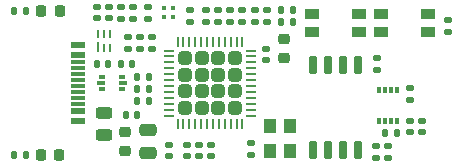
<source format=gbr>
%TF.GenerationSoftware,KiCad,Pcbnew,6.0.11+dfsg-1~bpo11+1*%
%TF.CreationDate,2023-10-01T20:30:49+02:00*%
%TF.ProjectId,ICE40UP-Development-Board,49434534-3055-4502-9d44-6576656c6f70,v0.1*%
%TF.SameCoordinates,Original*%
%TF.FileFunction,Paste,Top*%
%TF.FilePolarity,Positive*%
%FSLAX46Y46*%
G04 Gerber Fmt 4.6, Leading zero omitted, Abs format (unit mm)*
G04 Created by KiCad (PCBNEW 6.0.11+dfsg-1~bpo11+1) date 2023-10-01 20:30:49*
%MOMM*%
%LPD*%
G01*
G04 APERTURE LIST*
G04 Aperture macros list*
%AMRoundRect*
0 Rectangle with rounded corners*
0 $1 Rounding radius*
0 $2 $3 $4 $5 $6 $7 $8 $9 X,Y pos of 4 corners*
0 Add a 4 corners polygon primitive as box body*
4,1,4,$2,$3,$4,$5,$6,$7,$8,$9,$2,$3,0*
0 Add four circle primitives for the rounded corners*
1,1,$1+$1,$2,$3*
1,1,$1+$1,$4,$5*
1,1,$1+$1,$6,$7*
1,1,$1+$1,$8,$9*
0 Add four rect primitives between the rounded corners*
20,1,$1+$1,$2,$3,$4,$5,0*
20,1,$1+$1,$4,$5,$6,$7,0*
20,1,$1+$1,$6,$7,$8,$9,0*
20,1,$1+$1,$8,$9,$2,$3,0*%
%AMOutline5P*
0 Free polygon, 5 corners , with rotation*
0 The origin of the aperture is its center*
0 number of corners: always 5*
0 $1 to $10 corner X, Y*
0 $11 Rotation angle, in degrees counterclockwise*
0 create outline with 5 corners*
4,1,5,$1,$2,$3,$4,$5,$6,$7,$8,$9,$10,$1,$2,$11*%
%AMOutline6P*
0 Free polygon, 6 corners , with rotation*
0 The origin of the aperture is its center*
0 number of corners: always 6*
0 $1 to $12 corner X, Y*
0 $13 Rotation angle, in degrees counterclockwise*
0 create outline with 6 corners*
4,1,6,$1,$2,$3,$4,$5,$6,$7,$8,$9,$10,$11,$12,$1,$2,$13*%
%AMOutline7P*
0 Free polygon, 7 corners , with rotation*
0 The origin of the aperture is its center*
0 number of corners: always 7*
0 $1 to $14 corner X, Y*
0 $15 Rotation angle, in degrees counterclockwise*
0 create outline with 7 corners*
4,1,7,$1,$2,$3,$4,$5,$6,$7,$8,$9,$10,$11,$12,$13,$14,$1,$2,$15*%
%AMOutline8P*
0 Free polygon, 8 corners , with rotation*
0 The origin of the aperture is its center*
0 number of corners: always 8*
0 $1 to $16 corner X, Y*
0 $17 Rotation angle, in degrees counterclockwise*
0 create outline with 8 corners*
4,1,8,$1,$2,$3,$4,$5,$6,$7,$8,$9,$10,$11,$12,$13,$14,$15,$16,$1,$2,$17*%
G04 Aperture macros list end*
%ADD10Outline5P,-0.210000X0.105000X-0.105000X0.210000X0.210000X0.210000X0.210000X-0.210000X-0.210000X-0.210000X0.000000*%
%ADD11R,0.420000X0.420000*%
%ADD12RoundRect,0.135000X0.185000X-0.135000X0.185000X0.135000X-0.185000X0.135000X-0.185000X-0.135000X0*%
%ADD13RoundRect,0.140000X-0.170000X0.140000X-0.170000X-0.140000X0.170000X-0.140000X0.170000X0.140000X0*%
%ADD14RoundRect,0.087500X-0.087500X0.175000X-0.087500X-0.175000X0.087500X-0.175000X0.087500X0.175000X0*%
%ADD15RoundRect,0.140000X-0.140000X-0.170000X0.140000X-0.170000X0.140000X0.170000X-0.140000X0.170000X0*%
%ADD16RoundRect,0.135000X-0.185000X0.135000X-0.185000X-0.135000X0.185000X-0.135000X0.185000X0.135000X0*%
%ADD17RoundRect,0.150000X-0.150000X0.650000X-0.150000X-0.650000X0.150000X-0.650000X0.150000X0.650000X0*%
%ADD18RoundRect,0.140000X0.170000X-0.140000X0.170000X0.140000X-0.170000X0.140000X-0.170000X-0.140000X0*%
%ADD19RoundRect,0.243750X-0.456250X0.243750X-0.456250X-0.243750X0.456250X-0.243750X0.456250X0.243750X0*%
%ADD20RoundRect,0.135000X0.135000X0.185000X-0.135000X0.185000X-0.135000X-0.185000X0.135000X-0.185000X0*%
%ADD21RoundRect,0.140000X0.140000X0.170000X-0.140000X0.170000X-0.140000X-0.170000X0.140000X-0.170000X0*%
%ADD22R,0.500000X0.375000*%
%ADD23R,0.650000X0.300000*%
%ADD24R,1.200000X0.900000*%
%ADD25RoundRect,0.218750X-0.256250X0.218750X-0.256250X-0.218750X0.256250X-0.218750X0.256250X0.218750X0*%
%ADD26RoundRect,0.250000X0.315000X-0.315000X0.315000X0.315000X-0.315000X0.315000X-0.315000X-0.315000X0*%
%ADD27RoundRect,0.062500X0.062500X-0.375000X0.062500X0.375000X-0.062500X0.375000X-0.062500X-0.375000X0*%
%ADD28RoundRect,0.062500X0.375000X-0.062500X0.375000X0.062500X-0.375000X0.062500X-0.375000X-0.062500X0*%
%ADD29RoundRect,0.218750X0.218750X0.256250X-0.218750X0.256250X-0.218750X-0.256250X0.218750X-0.256250X0*%
%ADD30RoundRect,0.250000X-0.475000X0.250000X-0.475000X-0.250000X0.475000X-0.250000X0.475000X0.250000X0*%
%ADD31RoundRect,0.135000X-0.135000X-0.185000X0.135000X-0.185000X0.135000X0.185000X-0.135000X0.185000X0*%
%ADD32R,0.280000X0.850000*%
%ADD33R,0.280000X0.750000*%
%ADD34R,1.240000X0.600000*%
%ADD35R,1.240000X0.300000*%
%ADD36R,1.100000X1.300000*%
%ADD37RoundRect,0.218750X0.256250X-0.218750X0.256250X0.218750X-0.256250X0.218750X-0.256250X-0.218750X0*%
G04 APERTURE END LIST*
D10*
%TO.C,V6*%
X59310000Y-81281000D03*
D11*
X59310000Y-82041000D03*
X60070000Y-82041000D03*
X60070000Y-81281000D03*
%TD*%
D12*
%TO.C,R10*%
X58293000Y-84711000D03*
X58293000Y-83691000D03*
%TD*%
D13*
%TO.C,C2*%
X61468000Y-81463000D03*
X61468000Y-82423000D03*
%TD*%
D14*
%TO.C,V8*%
X78982000Y-88247500D03*
X78482000Y-88247500D03*
X77982000Y-88247500D03*
X77482000Y-88247500D03*
X77482000Y-90822500D03*
X77982000Y-90822500D03*
X78482000Y-90822500D03*
X78982000Y-90822500D03*
%TD*%
D15*
%TO.C,C4*%
X56035000Y-90297000D03*
X56995000Y-90297000D03*
%TD*%
D16*
%TO.C,R7*%
X62865000Y-81430400D03*
X62865000Y-82450400D03*
%TD*%
D12*
%TO.C,R12*%
X56261000Y-84711000D03*
X56261000Y-83691000D03*
%TD*%
%TO.C,R4*%
X57912000Y-82171000D03*
X57912000Y-81151000D03*
%TD*%
D17*
%TO.C,V5*%
X75692000Y-86062000D03*
X74422000Y-86062000D03*
X73152000Y-86062000D03*
X71882000Y-86062000D03*
X71882000Y-93262000D03*
X73152000Y-93262000D03*
X74422000Y-93262000D03*
X75692000Y-93262000D03*
%TD*%
D18*
%TO.C,C13*%
X53594000Y-82141000D03*
X53594000Y-81181000D03*
%TD*%
%TO.C,C17*%
X63881000Y-82420400D03*
X63881000Y-81460400D03*
%TD*%
%TO.C,C20*%
X78232000Y-93952000D03*
X78232000Y-92992000D03*
%TD*%
%TO.C,C1*%
X59690000Y-93825000D03*
X59690000Y-92865000D03*
%TD*%
D13*
%TO.C,C18*%
X67945000Y-84737000D03*
X67945000Y-85697000D03*
%TD*%
D12*
%TO.C,R3*%
X55626000Y-82171000D03*
X55626000Y-81151000D03*
%TD*%
D19*
%TO.C,F1*%
X54229000Y-90121500D03*
X54229000Y-91996500D03*
%TD*%
D13*
%TO.C,C10*%
X65913000Y-81460400D03*
X65913000Y-82420400D03*
%TD*%
D20*
%TO.C,R13*%
X70233000Y-82423000D03*
X69213000Y-82423000D03*
%TD*%
D21*
%TO.C,C11*%
X56614000Y-85979000D03*
X55654000Y-85979000D03*
%TD*%
D22*
%TO.C,V2*%
X55714000Y-88167500D03*
D23*
X55789000Y-87630000D03*
D22*
X55714000Y-87092500D03*
X54014000Y-87092500D03*
D23*
X53939000Y-87630000D03*
D22*
X54014000Y-88167500D03*
%TD*%
D24*
%TO.C,S2*%
X81629000Y-83300000D03*
X77629000Y-83300000D03*
X77629000Y-81800000D03*
X81629000Y-81800000D03*
%TD*%
%TO.C,S1*%
X71787000Y-83300000D03*
X75787000Y-83300000D03*
X75787000Y-81800000D03*
X71787000Y-81800000D03*
%TD*%
D20*
%TO.C,R15*%
X78996000Y-91821000D03*
X77976000Y-91821000D03*
%TD*%
D18*
%TO.C,C19*%
X77216000Y-93952000D03*
X77216000Y-92992000D03*
%TD*%
%TO.C,C22*%
X81153000Y-91793000D03*
X81153000Y-90833000D03*
%TD*%
%TO.C,C5*%
X63246000Y-93825000D03*
X63246000Y-92865000D03*
%TD*%
D13*
%TO.C,C15*%
X66687265Y-92738000D03*
X66687265Y-93698000D03*
%TD*%
D25*
%TO.C,FB1*%
X56007000Y-91795500D03*
X56007000Y-93370500D03*
%TD*%
D18*
%TO.C,C7*%
X62230000Y-93825000D03*
X62230000Y-92865000D03*
%TD*%
D26*
%TO.C,V1*%
X62484000Y-88330000D03*
X65284000Y-85530000D03*
X61084000Y-89730000D03*
X65284000Y-88330000D03*
X62484000Y-86930000D03*
X63884000Y-89730000D03*
X61084000Y-88330000D03*
X62484000Y-89730000D03*
X61084000Y-86930000D03*
X63884000Y-86930000D03*
X62484000Y-85530000D03*
X65284000Y-86930000D03*
X63884000Y-88330000D03*
X65284000Y-89730000D03*
X61084000Y-85530000D03*
X63884000Y-85530000D03*
D27*
X60434000Y-91067500D03*
X60934000Y-91067500D03*
X61434000Y-91067500D03*
X61934000Y-91067500D03*
X62434000Y-91067500D03*
X62934000Y-91067500D03*
X63434000Y-91067500D03*
X63934000Y-91067500D03*
X64434000Y-91067500D03*
X64934000Y-91067500D03*
X65434000Y-91067500D03*
X65934000Y-91067500D03*
D28*
X66621500Y-90380000D03*
X66621500Y-89880000D03*
X66621500Y-89380000D03*
X66621500Y-88880000D03*
X66621500Y-88380000D03*
X66621500Y-87880000D03*
X66621500Y-87380000D03*
X66621500Y-86880000D03*
X66621500Y-86380000D03*
X66621500Y-85880000D03*
X66621500Y-85380000D03*
X66621500Y-84880000D03*
D27*
X65934000Y-84192500D03*
X65434000Y-84192500D03*
X64934000Y-84192500D03*
X64434000Y-84192500D03*
X63934000Y-84192500D03*
X63434000Y-84192500D03*
X62934000Y-84192500D03*
X62434000Y-84192500D03*
X61934000Y-84192500D03*
X61434000Y-84192500D03*
X60934000Y-84192500D03*
X60434000Y-84192500D03*
D28*
X59746500Y-84880000D03*
X59746500Y-85380000D03*
X59746500Y-85880000D03*
X59746500Y-86380000D03*
X59746500Y-86880000D03*
X59746500Y-87380000D03*
X59746500Y-87880000D03*
X59746500Y-88380000D03*
X59746500Y-88880000D03*
X59746500Y-89380000D03*
X59746500Y-89880000D03*
X59746500Y-90380000D03*
%TD*%
D12*
%TO.C,R16*%
X80137000Y-89029000D03*
X80137000Y-88009000D03*
%TD*%
D16*
%TO.C,R6*%
X56642000Y-81151000D03*
X56642000Y-82171000D03*
%TD*%
D15*
%TO.C,C12*%
X53622000Y-85979000D03*
X54582000Y-85979000D03*
%TD*%
D18*
%TO.C,C14*%
X54610000Y-82141000D03*
X54610000Y-81181000D03*
%TD*%
%TO.C,C6*%
X61214000Y-93825000D03*
X61214000Y-92865000D03*
%TD*%
%TO.C,C21*%
X80137000Y-91793000D03*
X80137000Y-90833000D03*
%TD*%
D29*
%TO.C,V4*%
X50444500Y-81534000D03*
X48869500Y-81534000D03*
%TD*%
D12*
%TO.C,R11*%
X57277000Y-84711000D03*
X57277000Y-83691000D03*
%TD*%
D30*
%TO.C,C3*%
X57912000Y-91633000D03*
X57912000Y-93533000D03*
%TD*%
D20*
%TO.C,R17*%
X47627000Y-93726000D03*
X46607000Y-93726000D03*
%TD*%
D31*
%TO.C,R5*%
X57021000Y-87122000D03*
X58041000Y-87122000D03*
%TD*%
D16*
%TO.C,R18*%
X83312000Y-82294000D03*
X83312000Y-83314000D03*
%TD*%
D13*
%TO.C,C9*%
X67030600Y-81460400D03*
X67030600Y-82420400D03*
%TD*%
D12*
%TO.C,R9*%
X77343000Y-86489000D03*
X77343000Y-85469000D03*
%TD*%
D29*
%TO.C,V9*%
X50419000Y-93726000D03*
X48844000Y-93726000D03*
%TD*%
D13*
%TO.C,C8*%
X68046600Y-81460400D03*
X68046600Y-82420400D03*
%TD*%
D32*
%TO.C,V3*%
X53729000Y-84599000D03*
D33*
X54229000Y-84649000D03*
X54729000Y-84649000D03*
X54729000Y-83499000D03*
X54229000Y-83499000D03*
X53729000Y-83499000D03*
%TD*%
D18*
%TO.C,C16*%
X64897000Y-82420400D03*
X64897000Y-81460400D03*
%TD*%
D34*
%TO.C,X1*%
X51985000Y-84430000D03*
X51985000Y-85230000D03*
D35*
X51985000Y-86380000D03*
X51985000Y-87380000D03*
X51985000Y-87880000D03*
X51985000Y-88880000D03*
D34*
X51985000Y-90030000D03*
X51985000Y-90830000D03*
X51985000Y-90830000D03*
X51985000Y-90030000D03*
D35*
X51985000Y-89380000D03*
X51985000Y-88380000D03*
X51985000Y-86880000D03*
X51985000Y-85880000D03*
D34*
X51985000Y-85230000D03*
X51985000Y-84430000D03*
%TD*%
D36*
%TO.C,Y1*%
X69950665Y-93379000D03*
X69950665Y-91279000D03*
X68300665Y-91279000D03*
X68300665Y-93379000D03*
%TD*%
D37*
%TO.C,V7*%
X69469000Y-85471100D03*
X69469000Y-83896100D03*
%TD*%
D31*
%TO.C,R1*%
X57021000Y-89154000D03*
X58041000Y-89154000D03*
%TD*%
%TO.C,R2*%
X57021000Y-88138000D03*
X58041000Y-88138000D03*
%TD*%
D20*
%TO.C,R8*%
X47627000Y-81534000D03*
X46607000Y-81534000D03*
%TD*%
D31*
%TO.C,R14*%
X69213000Y-81407000D03*
X70233000Y-81407000D03*
%TD*%
M02*

</source>
